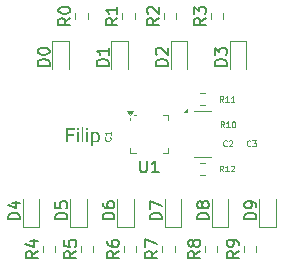
<source format=gbr>
%TF.GenerationSoftware,KiCad,Pcbnew,9.0.2*%
%TF.CreationDate,2025-07-12T02:23:40+02:00*%
%TF.ProjectId,Clock1.2,436c6f63-6b31-42e3-922e-6b696361645f,rev?*%
%TF.SameCoordinates,Original*%
%TF.FileFunction,Legend,Top*%
%TF.FilePolarity,Positive*%
%FSLAX46Y46*%
G04 Gerber Fmt 4.6, Leading zero omitted, Abs format (unit mm)*
G04 Created by KiCad (PCBNEW 9.0.2) date 2025-07-12 02:23:40*
%MOMM*%
%LPD*%
G01*
G04 APERTURE LIST*
%ADD10C,0.150000*%
%ADD11C,0.075000*%
%ADD12C,0.100000*%
%ADD13C,0.120000*%
G04 APERTURE END LIST*
D10*
G36*
X93601592Y-100170142D02*
G01*
X93100772Y-100170142D01*
X93100772Y-100698000D01*
X92943381Y-100698000D01*
X92943381Y-99502187D01*
X93682778Y-99502187D01*
X93682778Y-99631733D01*
X93100772Y-99631733D01*
X93100772Y-100041475D01*
X93601592Y-100041475D01*
X93601592Y-100170142D01*
G37*
G36*
X94012872Y-100698000D02*
G01*
X93861197Y-100698000D01*
X93861197Y-99811691D01*
X94012872Y-99811691D01*
X94012872Y-100698000D01*
G37*
G36*
X93848887Y-99575533D02*
G01*
X93854646Y-99541213D01*
X93871455Y-99513251D01*
X93898284Y-99494634D01*
X93938280Y-99487825D01*
X93978341Y-99494620D01*
X94005471Y-99513251D01*
X94022618Y-99541257D01*
X94028479Y-99575606D01*
X94022594Y-99609756D01*
X94005471Y-99637082D01*
X93978423Y-99655037D01*
X93938280Y-99661628D01*
X93898201Y-99655023D01*
X93871455Y-99637082D01*
X93854676Y-99609781D01*
X93848887Y-99575533D01*
G37*
G36*
X94419683Y-100698000D02*
G01*
X94268008Y-100698000D01*
X94268008Y-99436534D01*
X94419683Y-99436534D01*
X94419683Y-100698000D01*
G37*
G36*
X94826494Y-100698000D02*
G01*
X94674819Y-100698000D01*
X94674819Y-99811691D01*
X94826494Y-99811691D01*
X94826494Y-100698000D01*
G37*
G36*
X94662509Y-99575533D02*
G01*
X94668268Y-99541213D01*
X94685077Y-99513251D01*
X94711906Y-99494634D01*
X94751902Y-99487825D01*
X94791962Y-99494620D01*
X94819093Y-99513251D01*
X94836239Y-99541257D01*
X94842101Y-99575606D01*
X94836216Y-99609756D01*
X94819093Y-99637082D01*
X94792045Y-99655037D01*
X94751902Y-99661628D01*
X94711823Y-99655023D01*
X94685077Y-99637082D01*
X94668298Y-99609781D01*
X94662509Y-99575533D01*
G37*
G36*
X95549215Y-99800842D02*
G01*
X95615767Y-99823563D01*
X95673804Y-99860822D01*
X95724746Y-99913980D01*
X95763332Y-99976077D01*
X95792390Y-100051139D01*
X95811088Y-100141685D01*
X95817802Y-100250742D01*
X95817802Y-100264737D01*
X95811308Y-100366845D01*
X95792983Y-100454021D01*
X95764070Y-100528573D01*
X95725112Y-100592413D01*
X95674165Y-100647275D01*
X95616437Y-100685504D01*
X95550564Y-100708706D01*
X95474299Y-100716757D01*
X95394891Y-100709782D01*
X95327469Y-100689972D01*
X95269770Y-100658120D01*
X95220189Y-100613809D01*
X95220189Y-101040330D01*
X95068514Y-101040330D01*
X95068514Y-100044479D01*
X95220189Y-100044479D01*
X95220189Y-100470927D01*
X95259504Y-100525153D01*
X95306243Y-100562457D01*
X95361685Y-100585075D01*
X95428430Y-100593000D01*
X95480912Y-100587393D01*
X95526377Y-100571210D01*
X95566363Y-100544481D01*
X95601794Y-100506025D01*
X95627876Y-100461741D01*
X95648019Y-100405660D01*
X95661280Y-100335211D01*
X95666127Y-100247371D01*
X95658121Y-100148520D01*
X95636154Y-100070491D01*
X95602160Y-100009015D01*
X95566921Y-99970499D01*
X95526706Y-99943627D01*
X95480526Y-99927285D01*
X95426745Y-99921600D01*
X95361377Y-99929493D01*
X95306592Y-99952126D01*
X95259925Y-99989658D01*
X95220189Y-100044479D01*
X95068514Y-100044479D01*
X95068514Y-99811691D01*
X95207073Y-99811691D01*
X95214474Y-99908191D01*
X95264819Y-99858137D01*
X95323289Y-99822581D01*
X95391497Y-99800637D01*
X95471881Y-99792933D01*
X95549215Y-99800842D01*
G37*
X89054819Y-107238094D02*
X88054819Y-107238094D01*
X88054819Y-107238094D02*
X88054819Y-106999999D01*
X88054819Y-106999999D02*
X88102438Y-106857142D01*
X88102438Y-106857142D02*
X88197676Y-106761904D01*
X88197676Y-106761904D02*
X88292914Y-106714285D01*
X88292914Y-106714285D02*
X88483390Y-106666666D01*
X88483390Y-106666666D02*
X88626247Y-106666666D01*
X88626247Y-106666666D02*
X88816723Y-106714285D01*
X88816723Y-106714285D02*
X88911961Y-106761904D01*
X88911961Y-106761904D02*
X89007200Y-106857142D01*
X89007200Y-106857142D02*
X89054819Y-106999999D01*
X89054819Y-106999999D02*
X89054819Y-107238094D01*
X88388152Y-105809523D02*
X89054819Y-105809523D01*
X88007200Y-106047618D02*
X88721485Y-106285713D01*
X88721485Y-106285713D02*
X88721485Y-105666666D01*
X100679819Y-109916666D02*
X100203628Y-110249999D01*
X100679819Y-110488094D02*
X99679819Y-110488094D01*
X99679819Y-110488094D02*
X99679819Y-110107142D01*
X99679819Y-110107142D02*
X99727438Y-110011904D01*
X99727438Y-110011904D02*
X99775057Y-109964285D01*
X99775057Y-109964285D02*
X99870295Y-109916666D01*
X99870295Y-109916666D02*
X100013152Y-109916666D01*
X100013152Y-109916666D02*
X100108390Y-109964285D01*
X100108390Y-109964285D02*
X100156009Y-110011904D01*
X100156009Y-110011904D02*
X100203628Y-110107142D01*
X100203628Y-110107142D02*
X100203628Y-110488094D01*
X99679819Y-109583332D02*
X99679819Y-108916666D01*
X99679819Y-108916666D02*
X100679819Y-109345237D01*
X93804819Y-109916666D02*
X93328628Y-110249999D01*
X93804819Y-110488094D02*
X92804819Y-110488094D01*
X92804819Y-110488094D02*
X92804819Y-110107142D01*
X92804819Y-110107142D02*
X92852438Y-110011904D01*
X92852438Y-110011904D02*
X92900057Y-109964285D01*
X92900057Y-109964285D02*
X92995295Y-109916666D01*
X92995295Y-109916666D02*
X93138152Y-109916666D01*
X93138152Y-109916666D02*
X93233390Y-109964285D01*
X93233390Y-109964285D02*
X93281009Y-110011904D01*
X93281009Y-110011904D02*
X93328628Y-110107142D01*
X93328628Y-110107142D02*
X93328628Y-110488094D01*
X92804819Y-109011904D02*
X92804819Y-109488094D01*
X92804819Y-109488094D02*
X93281009Y-109535713D01*
X93281009Y-109535713D02*
X93233390Y-109488094D01*
X93233390Y-109488094D02*
X93185771Y-109392856D01*
X93185771Y-109392856D02*
X93185771Y-109154761D01*
X93185771Y-109154761D02*
X93233390Y-109059523D01*
X93233390Y-109059523D02*
X93281009Y-109011904D01*
X93281009Y-109011904D02*
X93376247Y-108964285D01*
X93376247Y-108964285D02*
X93614342Y-108964285D01*
X93614342Y-108964285D02*
X93709580Y-109011904D01*
X93709580Y-109011904D02*
X93757200Y-109059523D01*
X93757200Y-109059523D02*
X93804819Y-109154761D01*
X93804819Y-109154761D02*
X93804819Y-109392856D01*
X93804819Y-109392856D02*
X93757200Y-109488094D01*
X93757200Y-109488094D02*
X93709580Y-109535713D01*
D11*
X106256071Y-97277409D02*
X106089405Y-97039314D01*
X105970357Y-97277409D02*
X105970357Y-96777409D01*
X105970357Y-96777409D02*
X106160833Y-96777409D01*
X106160833Y-96777409D02*
X106208452Y-96801219D01*
X106208452Y-96801219D02*
X106232262Y-96825028D01*
X106232262Y-96825028D02*
X106256071Y-96872647D01*
X106256071Y-96872647D02*
X106256071Y-96944076D01*
X106256071Y-96944076D02*
X106232262Y-96991695D01*
X106232262Y-96991695D02*
X106208452Y-97015504D01*
X106208452Y-97015504D02*
X106160833Y-97039314D01*
X106160833Y-97039314D02*
X105970357Y-97039314D01*
X106732262Y-97277409D02*
X106446548Y-97277409D01*
X106589405Y-97277409D02*
X106589405Y-96777409D01*
X106589405Y-96777409D02*
X106541786Y-96848838D01*
X106541786Y-96848838D02*
X106494167Y-96896457D01*
X106494167Y-96896457D02*
X106446548Y-96920266D01*
X107208452Y-97277409D02*
X106922738Y-97277409D01*
X107065595Y-97277409D02*
X107065595Y-96777409D01*
X107065595Y-96777409D02*
X107017976Y-96848838D01*
X107017976Y-96848838D02*
X106970357Y-96896457D01*
X106970357Y-96896457D02*
X106922738Y-96920266D01*
D10*
X107554819Y-109916666D02*
X107078628Y-110249999D01*
X107554819Y-110488094D02*
X106554819Y-110488094D01*
X106554819Y-110488094D02*
X106554819Y-110107142D01*
X106554819Y-110107142D02*
X106602438Y-110011904D01*
X106602438Y-110011904D02*
X106650057Y-109964285D01*
X106650057Y-109964285D02*
X106745295Y-109916666D01*
X106745295Y-109916666D02*
X106888152Y-109916666D01*
X106888152Y-109916666D02*
X106983390Y-109964285D01*
X106983390Y-109964285D02*
X107031009Y-110011904D01*
X107031009Y-110011904D02*
X107078628Y-110107142D01*
X107078628Y-110107142D02*
X107078628Y-110488094D01*
X107554819Y-109440475D02*
X107554819Y-109249999D01*
X107554819Y-109249999D02*
X107507200Y-109154761D01*
X107507200Y-109154761D02*
X107459580Y-109107142D01*
X107459580Y-109107142D02*
X107316723Y-109011904D01*
X107316723Y-109011904D02*
X107126247Y-108964285D01*
X107126247Y-108964285D02*
X106745295Y-108964285D01*
X106745295Y-108964285D02*
X106650057Y-109011904D01*
X106650057Y-109011904D02*
X106602438Y-109059523D01*
X106602438Y-109059523D02*
X106554819Y-109154761D01*
X106554819Y-109154761D02*
X106554819Y-109345237D01*
X106554819Y-109345237D02*
X106602438Y-109440475D01*
X106602438Y-109440475D02*
X106650057Y-109488094D01*
X106650057Y-109488094D02*
X106745295Y-109535713D01*
X106745295Y-109535713D02*
X106983390Y-109535713D01*
X106983390Y-109535713D02*
X107078628Y-109488094D01*
X107078628Y-109488094D02*
X107126247Y-109440475D01*
X107126247Y-109440475D02*
X107173866Y-109345237D01*
X107173866Y-109345237D02*
X107173866Y-109154761D01*
X107173866Y-109154761D02*
X107126247Y-109059523D01*
X107126247Y-109059523D02*
X107078628Y-109011904D01*
X107078628Y-109011904D02*
X106983390Y-108964285D01*
X97429819Y-109916666D02*
X96953628Y-110249999D01*
X97429819Y-110488094D02*
X96429819Y-110488094D01*
X96429819Y-110488094D02*
X96429819Y-110107142D01*
X96429819Y-110107142D02*
X96477438Y-110011904D01*
X96477438Y-110011904D02*
X96525057Y-109964285D01*
X96525057Y-109964285D02*
X96620295Y-109916666D01*
X96620295Y-109916666D02*
X96763152Y-109916666D01*
X96763152Y-109916666D02*
X96858390Y-109964285D01*
X96858390Y-109964285D02*
X96906009Y-110011904D01*
X96906009Y-110011904D02*
X96953628Y-110107142D01*
X96953628Y-110107142D02*
X96953628Y-110488094D01*
X96429819Y-109059523D02*
X96429819Y-109249999D01*
X96429819Y-109249999D02*
X96477438Y-109345237D01*
X96477438Y-109345237D02*
X96525057Y-109392856D01*
X96525057Y-109392856D02*
X96667914Y-109488094D01*
X96667914Y-109488094D02*
X96858390Y-109535713D01*
X96858390Y-109535713D02*
X97239342Y-109535713D01*
X97239342Y-109535713D02*
X97334580Y-109488094D01*
X97334580Y-109488094D02*
X97382200Y-109440475D01*
X97382200Y-109440475D02*
X97429819Y-109345237D01*
X97429819Y-109345237D02*
X97429819Y-109154761D01*
X97429819Y-109154761D02*
X97382200Y-109059523D01*
X97382200Y-109059523D02*
X97334580Y-109011904D01*
X97334580Y-109011904D02*
X97239342Y-108964285D01*
X97239342Y-108964285D02*
X97001247Y-108964285D01*
X97001247Y-108964285D02*
X96906009Y-109011904D01*
X96906009Y-109011904D02*
X96858390Y-109059523D01*
X96858390Y-109059523D02*
X96810771Y-109154761D01*
X96810771Y-109154761D02*
X96810771Y-109345237D01*
X96810771Y-109345237D02*
X96858390Y-109440475D01*
X96858390Y-109440475D02*
X96906009Y-109488094D01*
X96906009Y-109488094D02*
X97001247Y-109535713D01*
X104804819Y-90191666D02*
X104328628Y-90524999D01*
X104804819Y-90763094D02*
X103804819Y-90763094D01*
X103804819Y-90763094D02*
X103804819Y-90382142D01*
X103804819Y-90382142D02*
X103852438Y-90286904D01*
X103852438Y-90286904D02*
X103900057Y-90239285D01*
X103900057Y-90239285D02*
X103995295Y-90191666D01*
X103995295Y-90191666D02*
X104138152Y-90191666D01*
X104138152Y-90191666D02*
X104233390Y-90239285D01*
X104233390Y-90239285D02*
X104281009Y-90286904D01*
X104281009Y-90286904D02*
X104328628Y-90382142D01*
X104328628Y-90382142D02*
X104328628Y-90763094D01*
X103804819Y-89858332D02*
X103804819Y-89239285D01*
X103804819Y-89239285D02*
X104185771Y-89572618D01*
X104185771Y-89572618D02*
X104185771Y-89429761D01*
X104185771Y-89429761D02*
X104233390Y-89334523D01*
X104233390Y-89334523D02*
X104281009Y-89286904D01*
X104281009Y-89286904D02*
X104376247Y-89239285D01*
X104376247Y-89239285D02*
X104614342Y-89239285D01*
X104614342Y-89239285D02*
X104709580Y-89286904D01*
X104709580Y-89286904D02*
X104757200Y-89334523D01*
X104757200Y-89334523D02*
X104804819Y-89429761D01*
X104804819Y-89429761D02*
X104804819Y-89715475D01*
X104804819Y-89715475D02*
X104757200Y-89810713D01*
X104757200Y-89810713D02*
X104709580Y-89858332D01*
X97304819Y-90191666D02*
X96828628Y-90524999D01*
X97304819Y-90763094D02*
X96304819Y-90763094D01*
X96304819Y-90763094D02*
X96304819Y-90382142D01*
X96304819Y-90382142D02*
X96352438Y-90286904D01*
X96352438Y-90286904D02*
X96400057Y-90239285D01*
X96400057Y-90239285D02*
X96495295Y-90191666D01*
X96495295Y-90191666D02*
X96638152Y-90191666D01*
X96638152Y-90191666D02*
X96733390Y-90239285D01*
X96733390Y-90239285D02*
X96781009Y-90286904D01*
X96781009Y-90286904D02*
X96828628Y-90382142D01*
X96828628Y-90382142D02*
X96828628Y-90763094D01*
X97304819Y-89239285D02*
X97304819Y-89810713D01*
X97304819Y-89524999D02*
X96304819Y-89524999D01*
X96304819Y-89524999D02*
X96447676Y-89620237D01*
X96447676Y-89620237D02*
X96542914Y-89715475D01*
X96542914Y-89715475D02*
X96590533Y-89810713D01*
X96554819Y-94238094D02*
X95554819Y-94238094D01*
X95554819Y-94238094D02*
X95554819Y-93999999D01*
X95554819Y-93999999D02*
X95602438Y-93857142D01*
X95602438Y-93857142D02*
X95697676Y-93761904D01*
X95697676Y-93761904D02*
X95792914Y-93714285D01*
X95792914Y-93714285D02*
X95983390Y-93666666D01*
X95983390Y-93666666D02*
X96126247Y-93666666D01*
X96126247Y-93666666D02*
X96316723Y-93714285D01*
X96316723Y-93714285D02*
X96411961Y-93761904D01*
X96411961Y-93761904D02*
X96507200Y-93857142D01*
X96507200Y-93857142D02*
X96554819Y-93999999D01*
X96554819Y-93999999D02*
X96554819Y-94238094D01*
X96554819Y-92714285D02*
X96554819Y-93285713D01*
X96554819Y-92999999D02*
X95554819Y-92999999D01*
X95554819Y-92999999D02*
X95697676Y-93095237D01*
X95697676Y-93095237D02*
X95792914Y-93190475D01*
X95792914Y-93190475D02*
X95840533Y-93285713D01*
X99238095Y-102254819D02*
X99238095Y-103064342D01*
X99238095Y-103064342D02*
X99285714Y-103159580D01*
X99285714Y-103159580D02*
X99333333Y-103207200D01*
X99333333Y-103207200D02*
X99428571Y-103254819D01*
X99428571Y-103254819D02*
X99619047Y-103254819D01*
X99619047Y-103254819D02*
X99714285Y-103207200D01*
X99714285Y-103207200D02*
X99761904Y-103159580D01*
X99761904Y-103159580D02*
X99809523Y-103064342D01*
X99809523Y-103064342D02*
X99809523Y-102254819D01*
X100809523Y-103254819D02*
X100238095Y-103254819D01*
X100523809Y-103254819D02*
X100523809Y-102254819D01*
X100523809Y-102254819D02*
X100428571Y-102397676D01*
X100428571Y-102397676D02*
X100333333Y-102492914D01*
X100333333Y-102492914D02*
X100238095Y-102540533D01*
X91554819Y-94238094D02*
X90554819Y-94238094D01*
X90554819Y-94238094D02*
X90554819Y-93999999D01*
X90554819Y-93999999D02*
X90602438Y-93857142D01*
X90602438Y-93857142D02*
X90697676Y-93761904D01*
X90697676Y-93761904D02*
X90792914Y-93714285D01*
X90792914Y-93714285D02*
X90983390Y-93666666D01*
X90983390Y-93666666D02*
X91126247Y-93666666D01*
X91126247Y-93666666D02*
X91316723Y-93714285D01*
X91316723Y-93714285D02*
X91411961Y-93761904D01*
X91411961Y-93761904D02*
X91507200Y-93857142D01*
X91507200Y-93857142D02*
X91554819Y-93999999D01*
X91554819Y-93999999D02*
X91554819Y-94238094D01*
X90554819Y-93047618D02*
X90554819Y-92952380D01*
X90554819Y-92952380D02*
X90602438Y-92857142D01*
X90602438Y-92857142D02*
X90650057Y-92809523D01*
X90650057Y-92809523D02*
X90745295Y-92761904D01*
X90745295Y-92761904D02*
X90935771Y-92714285D01*
X90935771Y-92714285D02*
X91173866Y-92714285D01*
X91173866Y-92714285D02*
X91364342Y-92761904D01*
X91364342Y-92761904D02*
X91459580Y-92809523D01*
X91459580Y-92809523D02*
X91507200Y-92857142D01*
X91507200Y-92857142D02*
X91554819Y-92952380D01*
X91554819Y-92952380D02*
X91554819Y-93047618D01*
X91554819Y-93047618D02*
X91507200Y-93142856D01*
X91507200Y-93142856D02*
X91459580Y-93190475D01*
X91459580Y-93190475D02*
X91364342Y-93238094D01*
X91364342Y-93238094D02*
X91173866Y-93285713D01*
X91173866Y-93285713D02*
X90935771Y-93285713D01*
X90935771Y-93285713D02*
X90745295Y-93238094D01*
X90745295Y-93238094D02*
X90650057Y-93190475D01*
X90650057Y-93190475D02*
X90602438Y-93142856D01*
X90602438Y-93142856D02*
X90554819Y-93047618D01*
D11*
X106253571Y-103177409D02*
X106086905Y-102939314D01*
X105967857Y-103177409D02*
X105967857Y-102677409D01*
X105967857Y-102677409D02*
X106158333Y-102677409D01*
X106158333Y-102677409D02*
X106205952Y-102701219D01*
X106205952Y-102701219D02*
X106229762Y-102725028D01*
X106229762Y-102725028D02*
X106253571Y-102772647D01*
X106253571Y-102772647D02*
X106253571Y-102844076D01*
X106253571Y-102844076D02*
X106229762Y-102891695D01*
X106229762Y-102891695D02*
X106205952Y-102915504D01*
X106205952Y-102915504D02*
X106158333Y-102939314D01*
X106158333Y-102939314D02*
X105967857Y-102939314D01*
X106729762Y-103177409D02*
X106444048Y-103177409D01*
X106586905Y-103177409D02*
X106586905Y-102677409D01*
X106586905Y-102677409D02*
X106539286Y-102748838D01*
X106539286Y-102748838D02*
X106491667Y-102796457D01*
X106491667Y-102796457D02*
X106444048Y-102820266D01*
X106920238Y-102725028D02*
X106944047Y-102701219D01*
X106944047Y-102701219D02*
X106991666Y-102677409D01*
X106991666Y-102677409D02*
X107110714Y-102677409D01*
X107110714Y-102677409D02*
X107158333Y-102701219D01*
X107158333Y-102701219D02*
X107182142Y-102725028D01*
X107182142Y-102725028D02*
X107205952Y-102772647D01*
X107205952Y-102772647D02*
X107205952Y-102820266D01*
X107205952Y-102820266D02*
X107182142Y-102891695D01*
X107182142Y-102891695D02*
X106896428Y-103177409D01*
X106896428Y-103177409D02*
X107205952Y-103177409D01*
D10*
X97054819Y-107238094D02*
X96054819Y-107238094D01*
X96054819Y-107238094D02*
X96054819Y-106999999D01*
X96054819Y-106999999D02*
X96102438Y-106857142D01*
X96102438Y-106857142D02*
X96197676Y-106761904D01*
X96197676Y-106761904D02*
X96292914Y-106714285D01*
X96292914Y-106714285D02*
X96483390Y-106666666D01*
X96483390Y-106666666D02*
X96626247Y-106666666D01*
X96626247Y-106666666D02*
X96816723Y-106714285D01*
X96816723Y-106714285D02*
X96911961Y-106761904D01*
X96911961Y-106761904D02*
X97007200Y-106857142D01*
X97007200Y-106857142D02*
X97054819Y-106999999D01*
X97054819Y-106999999D02*
X97054819Y-107238094D01*
X96054819Y-105809523D02*
X96054819Y-105999999D01*
X96054819Y-105999999D02*
X96102438Y-106095237D01*
X96102438Y-106095237D02*
X96150057Y-106142856D01*
X96150057Y-106142856D02*
X96292914Y-106238094D01*
X96292914Y-106238094D02*
X96483390Y-106285713D01*
X96483390Y-106285713D02*
X96864342Y-106285713D01*
X96864342Y-106285713D02*
X96959580Y-106238094D01*
X96959580Y-106238094D02*
X97007200Y-106190475D01*
X97007200Y-106190475D02*
X97054819Y-106095237D01*
X97054819Y-106095237D02*
X97054819Y-105904761D01*
X97054819Y-105904761D02*
X97007200Y-105809523D01*
X97007200Y-105809523D02*
X96959580Y-105761904D01*
X96959580Y-105761904D02*
X96864342Y-105714285D01*
X96864342Y-105714285D02*
X96626247Y-105714285D01*
X96626247Y-105714285D02*
X96531009Y-105761904D01*
X96531009Y-105761904D02*
X96483390Y-105809523D01*
X96483390Y-105809523D02*
X96435771Y-105904761D01*
X96435771Y-105904761D02*
X96435771Y-106095237D01*
X96435771Y-106095237D02*
X96483390Y-106190475D01*
X96483390Y-106190475D02*
X96531009Y-106238094D01*
X96531009Y-106238094D02*
X96626247Y-106285713D01*
D11*
X106566666Y-101004790D02*
X106542857Y-101028600D01*
X106542857Y-101028600D02*
X106471428Y-101052409D01*
X106471428Y-101052409D02*
X106423809Y-101052409D01*
X106423809Y-101052409D02*
X106352381Y-101028600D01*
X106352381Y-101028600D02*
X106304762Y-100980980D01*
X106304762Y-100980980D02*
X106280952Y-100933361D01*
X106280952Y-100933361D02*
X106257143Y-100838123D01*
X106257143Y-100838123D02*
X106257143Y-100766695D01*
X106257143Y-100766695D02*
X106280952Y-100671457D01*
X106280952Y-100671457D02*
X106304762Y-100623838D01*
X106304762Y-100623838D02*
X106352381Y-100576219D01*
X106352381Y-100576219D02*
X106423809Y-100552409D01*
X106423809Y-100552409D02*
X106471428Y-100552409D01*
X106471428Y-100552409D02*
X106542857Y-100576219D01*
X106542857Y-100576219D02*
X106566666Y-100600028D01*
X106757143Y-100600028D02*
X106780952Y-100576219D01*
X106780952Y-100576219D02*
X106828571Y-100552409D01*
X106828571Y-100552409D02*
X106947619Y-100552409D01*
X106947619Y-100552409D02*
X106995238Y-100576219D01*
X106995238Y-100576219D02*
X107019047Y-100600028D01*
X107019047Y-100600028D02*
X107042857Y-100647647D01*
X107042857Y-100647647D02*
X107042857Y-100695266D01*
X107042857Y-100695266D02*
X107019047Y-100766695D01*
X107019047Y-100766695D02*
X106733333Y-101052409D01*
X106733333Y-101052409D02*
X107042857Y-101052409D01*
D10*
X101554819Y-94238094D02*
X100554819Y-94238094D01*
X100554819Y-94238094D02*
X100554819Y-93999999D01*
X100554819Y-93999999D02*
X100602438Y-93857142D01*
X100602438Y-93857142D02*
X100697676Y-93761904D01*
X100697676Y-93761904D02*
X100792914Y-93714285D01*
X100792914Y-93714285D02*
X100983390Y-93666666D01*
X100983390Y-93666666D02*
X101126247Y-93666666D01*
X101126247Y-93666666D02*
X101316723Y-93714285D01*
X101316723Y-93714285D02*
X101411961Y-93761904D01*
X101411961Y-93761904D02*
X101507200Y-93857142D01*
X101507200Y-93857142D02*
X101554819Y-93999999D01*
X101554819Y-93999999D02*
X101554819Y-94238094D01*
X100650057Y-93285713D02*
X100602438Y-93238094D01*
X100602438Y-93238094D02*
X100554819Y-93142856D01*
X100554819Y-93142856D02*
X100554819Y-92904761D01*
X100554819Y-92904761D02*
X100602438Y-92809523D01*
X100602438Y-92809523D02*
X100650057Y-92761904D01*
X100650057Y-92761904D02*
X100745295Y-92714285D01*
X100745295Y-92714285D02*
X100840533Y-92714285D01*
X100840533Y-92714285D02*
X100983390Y-92761904D01*
X100983390Y-92761904D02*
X101554819Y-93333332D01*
X101554819Y-93333332D02*
X101554819Y-92714285D01*
X93054819Y-107238094D02*
X92054819Y-107238094D01*
X92054819Y-107238094D02*
X92054819Y-106999999D01*
X92054819Y-106999999D02*
X92102438Y-106857142D01*
X92102438Y-106857142D02*
X92197676Y-106761904D01*
X92197676Y-106761904D02*
X92292914Y-106714285D01*
X92292914Y-106714285D02*
X92483390Y-106666666D01*
X92483390Y-106666666D02*
X92626247Y-106666666D01*
X92626247Y-106666666D02*
X92816723Y-106714285D01*
X92816723Y-106714285D02*
X92911961Y-106761904D01*
X92911961Y-106761904D02*
X93007200Y-106857142D01*
X93007200Y-106857142D02*
X93054819Y-106999999D01*
X93054819Y-106999999D02*
X93054819Y-107238094D01*
X92054819Y-105761904D02*
X92054819Y-106238094D01*
X92054819Y-106238094D02*
X92531009Y-106285713D01*
X92531009Y-106285713D02*
X92483390Y-106238094D01*
X92483390Y-106238094D02*
X92435771Y-106142856D01*
X92435771Y-106142856D02*
X92435771Y-105904761D01*
X92435771Y-105904761D02*
X92483390Y-105809523D01*
X92483390Y-105809523D02*
X92531009Y-105761904D01*
X92531009Y-105761904D02*
X92626247Y-105714285D01*
X92626247Y-105714285D02*
X92864342Y-105714285D01*
X92864342Y-105714285D02*
X92959580Y-105761904D01*
X92959580Y-105761904D02*
X93007200Y-105809523D01*
X93007200Y-105809523D02*
X93054819Y-105904761D01*
X93054819Y-105904761D02*
X93054819Y-106142856D01*
X93054819Y-106142856D02*
X93007200Y-106238094D01*
X93007200Y-106238094D02*
X92959580Y-106285713D01*
X100804819Y-90191666D02*
X100328628Y-90524999D01*
X100804819Y-90763094D02*
X99804819Y-90763094D01*
X99804819Y-90763094D02*
X99804819Y-90382142D01*
X99804819Y-90382142D02*
X99852438Y-90286904D01*
X99852438Y-90286904D02*
X99900057Y-90239285D01*
X99900057Y-90239285D02*
X99995295Y-90191666D01*
X99995295Y-90191666D02*
X100138152Y-90191666D01*
X100138152Y-90191666D02*
X100233390Y-90239285D01*
X100233390Y-90239285D02*
X100281009Y-90286904D01*
X100281009Y-90286904D02*
X100328628Y-90382142D01*
X100328628Y-90382142D02*
X100328628Y-90763094D01*
X99900057Y-89810713D02*
X99852438Y-89763094D01*
X99852438Y-89763094D02*
X99804819Y-89667856D01*
X99804819Y-89667856D02*
X99804819Y-89429761D01*
X99804819Y-89429761D02*
X99852438Y-89334523D01*
X99852438Y-89334523D02*
X99900057Y-89286904D01*
X99900057Y-89286904D02*
X99995295Y-89239285D01*
X99995295Y-89239285D02*
X100090533Y-89239285D01*
X100090533Y-89239285D02*
X100233390Y-89286904D01*
X100233390Y-89286904D02*
X100804819Y-89858332D01*
X100804819Y-89858332D02*
X100804819Y-89239285D01*
X90554819Y-109916666D02*
X90078628Y-110249999D01*
X90554819Y-110488094D02*
X89554819Y-110488094D01*
X89554819Y-110488094D02*
X89554819Y-110107142D01*
X89554819Y-110107142D02*
X89602438Y-110011904D01*
X89602438Y-110011904D02*
X89650057Y-109964285D01*
X89650057Y-109964285D02*
X89745295Y-109916666D01*
X89745295Y-109916666D02*
X89888152Y-109916666D01*
X89888152Y-109916666D02*
X89983390Y-109964285D01*
X89983390Y-109964285D02*
X90031009Y-110011904D01*
X90031009Y-110011904D02*
X90078628Y-110107142D01*
X90078628Y-110107142D02*
X90078628Y-110488094D01*
X89888152Y-109059523D02*
X90554819Y-109059523D01*
X89507200Y-109297618D02*
X90221485Y-109535713D01*
X90221485Y-109535713D02*
X90221485Y-108916666D01*
D11*
X96679790Y-100283333D02*
X96703600Y-100307142D01*
X96703600Y-100307142D02*
X96727409Y-100378571D01*
X96727409Y-100378571D02*
X96727409Y-100426190D01*
X96727409Y-100426190D02*
X96703600Y-100497618D01*
X96703600Y-100497618D02*
X96655980Y-100545237D01*
X96655980Y-100545237D02*
X96608361Y-100569047D01*
X96608361Y-100569047D02*
X96513123Y-100592856D01*
X96513123Y-100592856D02*
X96441695Y-100592856D01*
X96441695Y-100592856D02*
X96346457Y-100569047D01*
X96346457Y-100569047D02*
X96298838Y-100545237D01*
X96298838Y-100545237D02*
X96251219Y-100497618D01*
X96251219Y-100497618D02*
X96227409Y-100426190D01*
X96227409Y-100426190D02*
X96227409Y-100378571D01*
X96227409Y-100378571D02*
X96251219Y-100307142D01*
X96251219Y-100307142D02*
X96275028Y-100283333D01*
X96727409Y-99807142D02*
X96727409Y-100092856D01*
X96727409Y-99949999D02*
X96227409Y-99949999D01*
X96227409Y-99949999D02*
X96298838Y-99997618D01*
X96298838Y-99997618D02*
X96346457Y-100045237D01*
X96346457Y-100045237D02*
X96370266Y-100092856D01*
D10*
X101054819Y-107238094D02*
X100054819Y-107238094D01*
X100054819Y-107238094D02*
X100054819Y-106999999D01*
X100054819Y-106999999D02*
X100102438Y-106857142D01*
X100102438Y-106857142D02*
X100197676Y-106761904D01*
X100197676Y-106761904D02*
X100292914Y-106714285D01*
X100292914Y-106714285D02*
X100483390Y-106666666D01*
X100483390Y-106666666D02*
X100626247Y-106666666D01*
X100626247Y-106666666D02*
X100816723Y-106714285D01*
X100816723Y-106714285D02*
X100911961Y-106761904D01*
X100911961Y-106761904D02*
X101007200Y-106857142D01*
X101007200Y-106857142D02*
X101054819Y-106999999D01*
X101054819Y-106999999D02*
X101054819Y-107238094D01*
X100054819Y-106333332D02*
X100054819Y-105666666D01*
X100054819Y-105666666D02*
X101054819Y-106095237D01*
D11*
X106328571Y-99427409D02*
X106161905Y-99189314D01*
X106042857Y-99427409D02*
X106042857Y-98927409D01*
X106042857Y-98927409D02*
X106233333Y-98927409D01*
X106233333Y-98927409D02*
X106280952Y-98951219D01*
X106280952Y-98951219D02*
X106304762Y-98975028D01*
X106304762Y-98975028D02*
X106328571Y-99022647D01*
X106328571Y-99022647D02*
X106328571Y-99094076D01*
X106328571Y-99094076D02*
X106304762Y-99141695D01*
X106304762Y-99141695D02*
X106280952Y-99165504D01*
X106280952Y-99165504D02*
X106233333Y-99189314D01*
X106233333Y-99189314D02*
X106042857Y-99189314D01*
X106804762Y-99427409D02*
X106519048Y-99427409D01*
X106661905Y-99427409D02*
X106661905Y-98927409D01*
X106661905Y-98927409D02*
X106614286Y-98998838D01*
X106614286Y-98998838D02*
X106566667Y-99046457D01*
X106566667Y-99046457D02*
X106519048Y-99070266D01*
X107114285Y-98927409D02*
X107161904Y-98927409D01*
X107161904Y-98927409D02*
X107209523Y-98951219D01*
X107209523Y-98951219D02*
X107233333Y-98975028D01*
X107233333Y-98975028D02*
X107257142Y-99022647D01*
X107257142Y-99022647D02*
X107280952Y-99117885D01*
X107280952Y-99117885D02*
X107280952Y-99236933D01*
X107280952Y-99236933D02*
X107257142Y-99332171D01*
X107257142Y-99332171D02*
X107233333Y-99379790D01*
X107233333Y-99379790D02*
X107209523Y-99403600D01*
X107209523Y-99403600D02*
X107161904Y-99427409D01*
X107161904Y-99427409D02*
X107114285Y-99427409D01*
X107114285Y-99427409D02*
X107066666Y-99403600D01*
X107066666Y-99403600D02*
X107042857Y-99379790D01*
X107042857Y-99379790D02*
X107019047Y-99332171D01*
X107019047Y-99332171D02*
X106995238Y-99236933D01*
X106995238Y-99236933D02*
X106995238Y-99117885D01*
X106995238Y-99117885D02*
X107019047Y-99022647D01*
X107019047Y-99022647D02*
X107042857Y-98975028D01*
X107042857Y-98975028D02*
X107066666Y-98951219D01*
X107066666Y-98951219D02*
X107114285Y-98927409D01*
D10*
X109054819Y-107238094D02*
X108054819Y-107238094D01*
X108054819Y-107238094D02*
X108054819Y-106999999D01*
X108054819Y-106999999D02*
X108102438Y-106857142D01*
X108102438Y-106857142D02*
X108197676Y-106761904D01*
X108197676Y-106761904D02*
X108292914Y-106714285D01*
X108292914Y-106714285D02*
X108483390Y-106666666D01*
X108483390Y-106666666D02*
X108626247Y-106666666D01*
X108626247Y-106666666D02*
X108816723Y-106714285D01*
X108816723Y-106714285D02*
X108911961Y-106761904D01*
X108911961Y-106761904D02*
X109007200Y-106857142D01*
X109007200Y-106857142D02*
X109054819Y-106999999D01*
X109054819Y-106999999D02*
X109054819Y-107238094D01*
X109054819Y-106190475D02*
X109054819Y-105999999D01*
X109054819Y-105999999D02*
X109007200Y-105904761D01*
X109007200Y-105904761D02*
X108959580Y-105857142D01*
X108959580Y-105857142D02*
X108816723Y-105761904D01*
X108816723Y-105761904D02*
X108626247Y-105714285D01*
X108626247Y-105714285D02*
X108245295Y-105714285D01*
X108245295Y-105714285D02*
X108150057Y-105761904D01*
X108150057Y-105761904D02*
X108102438Y-105809523D01*
X108102438Y-105809523D02*
X108054819Y-105904761D01*
X108054819Y-105904761D02*
X108054819Y-106095237D01*
X108054819Y-106095237D02*
X108102438Y-106190475D01*
X108102438Y-106190475D02*
X108150057Y-106238094D01*
X108150057Y-106238094D02*
X108245295Y-106285713D01*
X108245295Y-106285713D02*
X108483390Y-106285713D01*
X108483390Y-106285713D02*
X108578628Y-106238094D01*
X108578628Y-106238094D02*
X108626247Y-106190475D01*
X108626247Y-106190475D02*
X108673866Y-106095237D01*
X108673866Y-106095237D02*
X108673866Y-105904761D01*
X108673866Y-105904761D02*
X108626247Y-105809523D01*
X108626247Y-105809523D02*
X108578628Y-105761904D01*
X108578628Y-105761904D02*
X108483390Y-105714285D01*
D11*
X108566666Y-101004790D02*
X108542857Y-101028600D01*
X108542857Y-101028600D02*
X108471428Y-101052409D01*
X108471428Y-101052409D02*
X108423809Y-101052409D01*
X108423809Y-101052409D02*
X108352381Y-101028600D01*
X108352381Y-101028600D02*
X108304762Y-100980980D01*
X108304762Y-100980980D02*
X108280952Y-100933361D01*
X108280952Y-100933361D02*
X108257143Y-100838123D01*
X108257143Y-100838123D02*
X108257143Y-100766695D01*
X108257143Y-100766695D02*
X108280952Y-100671457D01*
X108280952Y-100671457D02*
X108304762Y-100623838D01*
X108304762Y-100623838D02*
X108352381Y-100576219D01*
X108352381Y-100576219D02*
X108423809Y-100552409D01*
X108423809Y-100552409D02*
X108471428Y-100552409D01*
X108471428Y-100552409D02*
X108542857Y-100576219D01*
X108542857Y-100576219D02*
X108566666Y-100600028D01*
X108733333Y-100552409D02*
X109042857Y-100552409D01*
X109042857Y-100552409D02*
X108876190Y-100742885D01*
X108876190Y-100742885D02*
X108947619Y-100742885D01*
X108947619Y-100742885D02*
X108995238Y-100766695D01*
X108995238Y-100766695D02*
X109019047Y-100790504D01*
X109019047Y-100790504D02*
X109042857Y-100838123D01*
X109042857Y-100838123D02*
X109042857Y-100957171D01*
X109042857Y-100957171D02*
X109019047Y-101004790D01*
X109019047Y-101004790D02*
X108995238Y-101028600D01*
X108995238Y-101028600D02*
X108947619Y-101052409D01*
X108947619Y-101052409D02*
X108804762Y-101052409D01*
X108804762Y-101052409D02*
X108757143Y-101028600D01*
X108757143Y-101028600D02*
X108733333Y-101004790D01*
D10*
X106554819Y-94238094D02*
X105554819Y-94238094D01*
X105554819Y-94238094D02*
X105554819Y-93999999D01*
X105554819Y-93999999D02*
X105602438Y-93857142D01*
X105602438Y-93857142D02*
X105697676Y-93761904D01*
X105697676Y-93761904D02*
X105792914Y-93714285D01*
X105792914Y-93714285D02*
X105983390Y-93666666D01*
X105983390Y-93666666D02*
X106126247Y-93666666D01*
X106126247Y-93666666D02*
X106316723Y-93714285D01*
X106316723Y-93714285D02*
X106411961Y-93761904D01*
X106411961Y-93761904D02*
X106507200Y-93857142D01*
X106507200Y-93857142D02*
X106554819Y-93999999D01*
X106554819Y-93999999D02*
X106554819Y-94238094D01*
X105554819Y-93333332D02*
X105554819Y-92714285D01*
X105554819Y-92714285D02*
X105935771Y-93047618D01*
X105935771Y-93047618D02*
X105935771Y-92904761D01*
X105935771Y-92904761D02*
X105983390Y-92809523D01*
X105983390Y-92809523D02*
X106031009Y-92761904D01*
X106031009Y-92761904D02*
X106126247Y-92714285D01*
X106126247Y-92714285D02*
X106364342Y-92714285D01*
X106364342Y-92714285D02*
X106459580Y-92761904D01*
X106459580Y-92761904D02*
X106507200Y-92809523D01*
X106507200Y-92809523D02*
X106554819Y-92904761D01*
X106554819Y-92904761D02*
X106554819Y-93190475D01*
X106554819Y-93190475D02*
X106507200Y-93285713D01*
X106507200Y-93285713D02*
X106459580Y-93333332D01*
X104304819Y-109916666D02*
X103828628Y-110249999D01*
X104304819Y-110488094D02*
X103304819Y-110488094D01*
X103304819Y-110488094D02*
X103304819Y-110107142D01*
X103304819Y-110107142D02*
X103352438Y-110011904D01*
X103352438Y-110011904D02*
X103400057Y-109964285D01*
X103400057Y-109964285D02*
X103495295Y-109916666D01*
X103495295Y-109916666D02*
X103638152Y-109916666D01*
X103638152Y-109916666D02*
X103733390Y-109964285D01*
X103733390Y-109964285D02*
X103781009Y-110011904D01*
X103781009Y-110011904D02*
X103828628Y-110107142D01*
X103828628Y-110107142D02*
X103828628Y-110488094D01*
X103733390Y-109345237D02*
X103685771Y-109440475D01*
X103685771Y-109440475D02*
X103638152Y-109488094D01*
X103638152Y-109488094D02*
X103542914Y-109535713D01*
X103542914Y-109535713D02*
X103495295Y-109535713D01*
X103495295Y-109535713D02*
X103400057Y-109488094D01*
X103400057Y-109488094D02*
X103352438Y-109440475D01*
X103352438Y-109440475D02*
X103304819Y-109345237D01*
X103304819Y-109345237D02*
X103304819Y-109154761D01*
X103304819Y-109154761D02*
X103352438Y-109059523D01*
X103352438Y-109059523D02*
X103400057Y-109011904D01*
X103400057Y-109011904D02*
X103495295Y-108964285D01*
X103495295Y-108964285D02*
X103542914Y-108964285D01*
X103542914Y-108964285D02*
X103638152Y-109011904D01*
X103638152Y-109011904D02*
X103685771Y-109059523D01*
X103685771Y-109059523D02*
X103733390Y-109154761D01*
X103733390Y-109154761D02*
X103733390Y-109345237D01*
X103733390Y-109345237D02*
X103781009Y-109440475D01*
X103781009Y-109440475D02*
X103828628Y-109488094D01*
X103828628Y-109488094D02*
X103923866Y-109535713D01*
X103923866Y-109535713D02*
X104114342Y-109535713D01*
X104114342Y-109535713D02*
X104209580Y-109488094D01*
X104209580Y-109488094D02*
X104257200Y-109440475D01*
X104257200Y-109440475D02*
X104304819Y-109345237D01*
X104304819Y-109345237D02*
X104304819Y-109154761D01*
X104304819Y-109154761D02*
X104257200Y-109059523D01*
X104257200Y-109059523D02*
X104209580Y-109011904D01*
X104209580Y-109011904D02*
X104114342Y-108964285D01*
X104114342Y-108964285D02*
X103923866Y-108964285D01*
X103923866Y-108964285D02*
X103828628Y-109011904D01*
X103828628Y-109011904D02*
X103781009Y-109059523D01*
X103781009Y-109059523D02*
X103733390Y-109154761D01*
X93304819Y-90191666D02*
X92828628Y-90524999D01*
X93304819Y-90763094D02*
X92304819Y-90763094D01*
X92304819Y-90763094D02*
X92304819Y-90382142D01*
X92304819Y-90382142D02*
X92352438Y-90286904D01*
X92352438Y-90286904D02*
X92400057Y-90239285D01*
X92400057Y-90239285D02*
X92495295Y-90191666D01*
X92495295Y-90191666D02*
X92638152Y-90191666D01*
X92638152Y-90191666D02*
X92733390Y-90239285D01*
X92733390Y-90239285D02*
X92781009Y-90286904D01*
X92781009Y-90286904D02*
X92828628Y-90382142D01*
X92828628Y-90382142D02*
X92828628Y-90763094D01*
X92304819Y-89572618D02*
X92304819Y-89477380D01*
X92304819Y-89477380D02*
X92352438Y-89382142D01*
X92352438Y-89382142D02*
X92400057Y-89334523D01*
X92400057Y-89334523D02*
X92495295Y-89286904D01*
X92495295Y-89286904D02*
X92685771Y-89239285D01*
X92685771Y-89239285D02*
X92923866Y-89239285D01*
X92923866Y-89239285D02*
X93114342Y-89286904D01*
X93114342Y-89286904D02*
X93209580Y-89334523D01*
X93209580Y-89334523D02*
X93257200Y-89382142D01*
X93257200Y-89382142D02*
X93304819Y-89477380D01*
X93304819Y-89477380D02*
X93304819Y-89572618D01*
X93304819Y-89572618D02*
X93257200Y-89667856D01*
X93257200Y-89667856D02*
X93209580Y-89715475D01*
X93209580Y-89715475D02*
X93114342Y-89763094D01*
X93114342Y-89763094D02*
X92923866Y-89810713D01*
X92923866Y-89810713D02*
X92685771Y-89810713D01*
X92685771Y-89810713D02*
X92495295Y-89763094D01*
X92495295Y-89763094D02*
X92400057Y-89715475D01*
X92400057Y-89715475D02*
X92352438Y-89667856D01*
X92352438Y-89667856D02*
X92304819Y-89572618D01*
X105054819Y-107238094D02*
X104054819Y-107238094D01*
X104054819Y-107238094D02*
X104054819Y-106999999D01*
X104054819Y-106999999D02*
X104102438Y-106857142D01*
X104102438Y-106857142D02*
X104197676Y-106761904D01*
X104197676Y-106761904D02*
X104292914Y-106714285D01*
X104292914Y-106714285D02*
X104483390Y-106666666D01*
X104483390Y-106666666D02*
X104626247Y-106666666D01*
X104626247Y-106666666D02*
X104816723Y-106714285D01*
X104816723Y-106714285D02*
X104911961Y-106761904D01*
X104911961Y-106761904D02*
X105007200Y-106857142D01*
X105007200Y-106857142D02*
X105054819Y-106999999D01*
X105054819Y-106999999D02*
X105054819Y-107238094D01*
X104483390Y-106095237D02*
X104435771Y-106190475D01*
X104435771Y-106190475D02*
X104388152Y-106238094D01*
X104388152Y-106238094D02*
X104292914Y-106285713D01*
X104292914Y-106285713D02*
X104245295Y-106285713D01*
X104245295Y-106285713D02*
X104150057Y-106238094D01*
X104150057Y-106238094D02*
X104102438Y-106190475D01*
X104102438Y-106190475D02*
X104054819Y-106095237D01*
X104054819Y-106095237D02*
X104054819Y-105904761D01*
X104054819Y-105904761D02*
X104102438Y-105809523D01*
X104102438Y-105809523D02*
X104150057Y-105761904D01*
X104150057Y-105761904D02*
X104245295Y-105714285D01*
X104245295Y-105714285D02*
X104292914Y-105714285D01*
X104292914Y-105714285D02*
X104388152Y-105761904D01*
X104388152Y-105761904D02*
X104435771Y-105809523D01*
X104435771Y-105809523D02*
X104483390Y-105904761D01*
X104483390Y-105904761D02*
X104483390Y-106095237D01*
X104483390Y-106095237D02*
X104531009Y-106190475D01*
X104531009Y-106190475D02*
X104578628Y-106238094D01*
X104578628Y-106238094D02*
X104673866Y-106285713D01*
X104673866Y-106285713D02*
X104864342Y-106285713D01*
X104864342Y-106285713D02*
X104959580Y-106238094D01*
X104959580Y-106238094D02*
X105007200Y-106190475D01*
X105007200Y-106190475D02*
X105054819Y-106095237D01*
X105054819Y-106095237D02*
X105054819Y-105904761D01*
X105054819Y-105904761D02*
X105007200Y-105809523D01*
X105007200Y-105809523D02*
X104959580Y-105761904D01*
X104959580Y-105761904D02*
X104864342Y-105714285D01*
X104864342Y-105714285D02*
X104673866Y-105714285D01*
X104673866Y-105714285D02*
X104578628Y-105761904D01*
X104578628Y-105761904D02*
X104531009Y-105809523D01*
X104531009Y-105809523D02*
X104483390Y-105904761D01*
D12*
%TO.C,D4*%
X89300000Y-105500000D02*
X89300000Y-107900000D01*
X89300000Y-107900000D02*
X90700000Y-107900000D01*
X90700000Y-107900000D02*
X90700000Y-105500000D01*
D13*
%TO.C,R7*%
X101102500Y-109512742D02*
X101102500Y-109987258D01*
X102147500Y-109512742D02*
X102147500Y-109987258D01*
%TO.C,R5*%
X94227500Y-109512742D02*
X94227500Y-109987258D01*
X95272500Y-109512742D02*
X95272500Y-109987258D01*
%TO.C,R11*%
X104737258Y-96527500D02*
X104262742Y-96527500D01*
X104737258Y-97572500D02*
X104262742Y-97572500D01*
%TO.C,R9*%
X107977500Y-109512742D02*
X107977500Y-109987258D01*
X109022500Y-109512742D02*
X109022500Y-109987258D01*
%TO.C,R6*%
X97852500Y-109512742D02*
X97852500Y-109987258D01*
X98897500Y-109512742D02*
X98897500Y-109987258D01*
%TO.C,R3*%
X105227500Y-90262258D02*
X105227500Y-89787742D01*
X106272500Y-90262258D02*
X106272500Y-89787742D01*
%TO.C,R1*%
X97727500Y-90262258D02*
X97727500Y-89787742D01*
X98772500Y-90262258D02*
X98772500Y-89787742D01*
D12*
%TO.C,D1*%
X96800000Y-92100000D02*
X96800000Y-94500000D01*
X98200000Y-92100000D02*
X96800000Y-92100000D01*
X98200000Y-94500000D02*
X98200000Y-92100000D01*
D13*
%TO.C,U1*%
X98390000Y-98840000D02*
X98390000Y-98630000D01*
X98390000Y-101610000D02*
X98390000Y-101160000D01*
X98840000Y-98390000D02*
X98690000Y-98390000D01*
X98840000Y-101610000D02*
X98390000Y-101610000D01*
X101160000Y-98390000D02*
X101610000Y-98390000D01*
X101160000Y-101610000D02*
X101610000Y-101610000D01*
X101610000Y-98390000D02*
X101610000Y-98840000D01*
X101610000Y-101610000D02*
X101610000Y-101160000D01*
X98390000Y-98390000D02*
X98150000Y-98060000D01*
X98630000Y-98060000D01*
X98390000Y-98390000D01*
G36*
X98390000Y-98390000D02*
G01*
X98150000Y-98060000D01*
X98630000Y-98060000D01*
X98390000Y-98390000D01*
G37*
D12*
%TO.C,D0*%
X91800000Y-92100000D02*
X91800000Y-94500000D01*
X93200000Y-92100000D02*
X91800000Y-92100000D01*
X93200000Y-94500000D02*
X93200000Y-92100000D01*
D13*
%TO.C,R12*%
X104737258Y-102427500D02*
X104262742Y-102427500D01*
X104737258Y-103472500D02*
X104262742Y-103472500D01*
D12*
%TO.C,D6*%
X97300000Y-105500000D02*
X97300000Y-107900000D01*
X97300000Y-107900000D02*
X98700000Y-107900000D01*
X98700000Y-107900000D02*
X98700000Y-105500000D01*
%TO.C,D2*%
X101800000Y-92100000D02*
X101800000Y-94500000D01*
X103200000Y-92100000D02*
X101800000Y-92100000D01*
X103200000Y-94500000D02*
X103200000Y-92100000D01*
%TO.C,D5*%
X93300000Y-105500000D02*
X93300000Y-107900000D01*
X93300000Y-107900000D02*
X94700000Y-107900000D01*
X94700000Y-107900000D02*
X94700000Y-105500000D01*
D13*
%TO.C,R2*%
X101227500Y-90262258D02*
X101227500Y-89787742D01*
X102272500Y-90262258D02*
X102272500Y-89787742D01*
%TO.C,R4*%
X90977500Y-109512742D02*
X90977500Y-109987258D01*
X92022500Y-109512742D02*
X92022500Y-109987258D01*
D12*
%TO.C,D7*%
X101300000Y-105500000D02*
X101300000Y-107900000D01*
X101300000Y-107900000D02*
X102700000Y-107900000D01*
X102700000Y-107900000D02*
X102700000Y-105500000D01*
D13*
%TO.C,U2*%
X103750000Y-98065000D02*
X105250000Y-98065000D01*
X103750000Y-101935000D02*
X105250000Y-101935000D01*
X103230000Y-98180000D02*
X102950000Y-98180000D01*
X103230000Y-97900000D01*
X103230000Y-98180000D01*
G36*
X103230000Y-98180000D02*
G01*
X102950000Y-98180000D01*
X103230000Y-97900000D01*
X103230000Y-98180000D01*
G37*
D12*
%TO.C,D9*%
X109300000Y-105500000D02*
X109300000Y-107900000D01*
X109300000Y-107900000D02*
X110700000Y-107900000D01*
X110700000Y-107900000D02*
X110700000Y-105500000D01*
%TO.C,D3*%
X106800000Y-92100000D02*
X106800000Y-94500000D01*
X108200000Y-92100000D02*
X106800000Y-92100000D01*
X108200000Y-94500000D02*
X108200000Y-92100000D01*
D13*
%TO.C,R8*%
X104727500Y-109512742D02*
X104727500Y-109987258D01*
X105772500Y-109512742D02*
X105772500Y-109987258D01*
%TO.C,R0*%
X93727500Y-90262258D02*
X93727500Y-89787742D01*
X94772500Y-90262258D02*
X94772500Y-89787742D01*
D12*
%TO.C,D8*%
X105300000Y-105500000D02*
X105300000Y-107900000D01*
X105300000Y-107900000D02*
X106700000Y-107900000D01*
X106700000Y-107900000D02*
X106700000Y-105500000D01*
%TD*%
M02*

</source>
